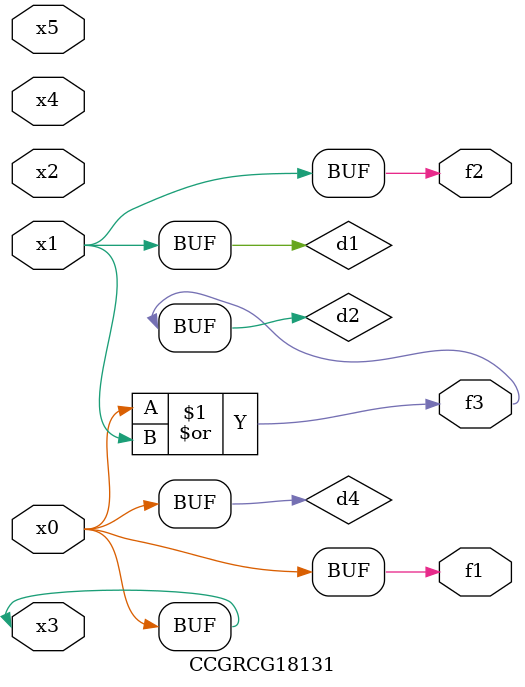
<source format=v>
module CCGRCG18131(
	input x0, x1, x2, x3, x4, x5,
	output f1, f2, f3
);

	wire d1, d2, d3, d4;

	and (d1, x1);
	or (d2, x0, x1);
	nand (d3, x0, x5);
	buf (d4, x0, x3);
	assign f1 = d4;
	assign f2 = d1;
	assign f3 = d2;
endmodule

</source>
